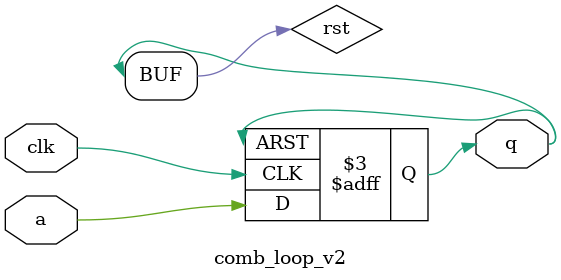
<source format=sv>
module comb_loop_v2
(
  input logic clk,
  input logic a,
  output logic q
);

  logic rst;

  always_comb begin
    rst = q;
  end

  always_ff @(posedge clk, posedge rst) begin
    if (rst) 
      q <= '0;
    else 
      q <= a;
  end

endmodule

</source>
